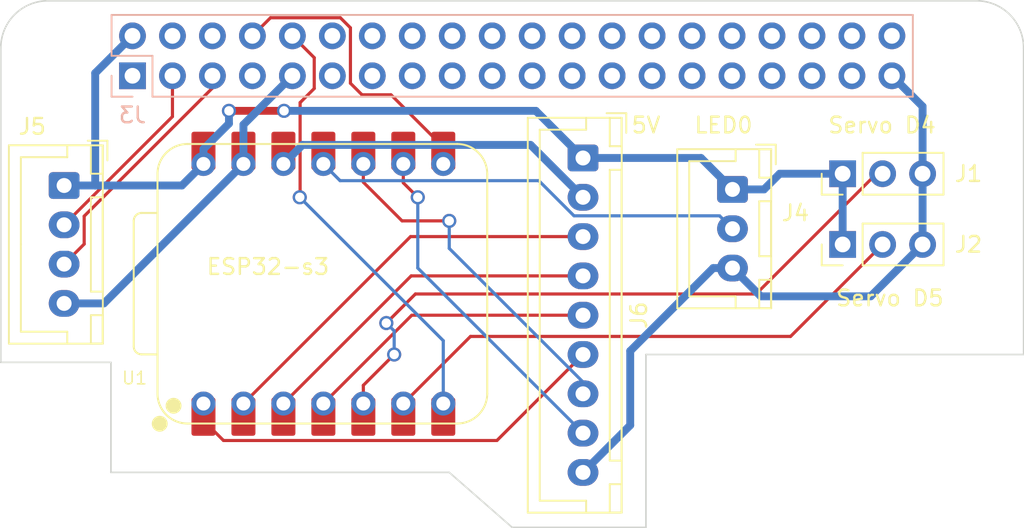
<source format=kicad_pcb>
(kicad_pcb (version 20240108) (generator "pcbnew") (generator_version "8.0")
  (title_block (date "15 nov 2012"))
  (layers (0 "F.Cu" signal) (31 "B.Cu" signal) (36 "B.SilkS" user "B.Silkscreen") (37 "F.SilkS" user "F.Silkscreen") (38 "B.Mask" user) (39 "F.Mask" user) (44 "Edge.Cuts" user))
  (net 0 "")
  (net 1 "GND")
  (net 2 "/GPIO2{slash}SDA1")
  (net 3 "/GPIO3{slash}SCL1")
  (net 4 "/GPIO4{slash}GPCLK0")
  (net 5 "/GPIO14{slash}TXD0")
  (net 6 "/GPIO15{slash}RXD0")
  (net 7 "/GPIO17")
  (net 8 "/GPIO18{slash}PCM.CLK")
  (net 9 "/GPIO27")
  (net 10 "/GPIO22")
  (net 11 "/GPIO23")
  (net 12 "/GPIO24")
  (net 13 "/GPIO10{slash}SPI0.MOSI")
  (net 14 "/GPIO9{slash}SPI0.MISO")
  (net 15 "/GPIO25")
  (net 16 "/GPIO11{slash}SPI0.SCLK")
  (net 17 "/GPIO8{slash}SPI0.CE0")
  (net 18 "/GPIO7{slash}SPI0.CE1")
  (net 19 "/ID_SDA")
  (net 20 "/ID_SCL")
  (net 21 "/GPIO5")
  (net 22 "/GPIO6")
  (net 23 "/GPIO12{slash}PWM0")
  (net 24 "/GPIO13{slash}PWM1")
  (net 25 "/GPIO19{slash}PCM.FS")
  (net 26 "/GPIO16")
  (net 27 "/GPIO26")
  (net 28 "/GPIO20{slash}PCM.DIN")
  (net 29 "/GPIO21{slash}PCM.DOUT")
  (net 30 "+5V")
  (net 31 "+3V3")
  (net 32 "D4")
  (net 33 "D5")
  (net 34 "D10{slash}A10")
  (net 35 "D3{slash}T4")
  (net 36 "D0{slash}A0")
  (net 37 "D2{slash}T3")
  (net 38 "D9")
  (net 39 "D1{slash}T2")
  (net 40 "D8")
  (net 41 "+3.3V")
  (footprint "MountingHole:MountingHole_2.7mm_M2.5" (layer "F.Cu") (at 161.5 47.5)
    (property "Reference" "MH2" (hide yes))
    (property "Value" "MountingHole_2.7mm_M2.5" (hide yes))
    (pad "" np_thru_hole circle (at 0 0) (size 2.7 2.7) (drill 2.7) (layers "*.Cu" "*.Mask"))
  )
  (footprint "Seeed Studio XIAO Series Library:XIAO-ESP32S3-DIP" (layer "F.Cu") (at 120.5 62 90)
    (property "Reference" "U1" (at -6 -12 0) (layer "F.SilkS") (effects (font (size 0.8 0.8) (thickness 0.1016))))
    (property "Value" "XIAO-ESP32-S3-DIP")
    (fp_line (start -3.991272 -12.051) (end 4.004 -12.051) (stroke (width 0.127)) (layer "F.SilkS"))
    (fp_line (start 4.504 -11.551) (end 4.504 -10.541) (stroke (width 0.127)) (layer "F.SilkS"))
    (fp_line (start 6.985 -10.541) (end -6.985 -10.541) (stroke (width 0.1)) (layer "F.SilkS"))
    (fp_line (start 6.985 -10.541) (end -6.985 -10.541) (stroke (width 0.127)) (layer "F.SilkS"))
    (fp_line (start -4.495 -10.541) (end -4.491272 -11.551272) (stroke (width 0.127)) (layer "F.SilkS"))
    (fp_line (start 8.89 8.509) (end 8.89 -8.636) (stroke (width 0.127)) (layer "F.SilkS"))
    (fp_line (start -8.89 8.509) (end -8.89 -8.636) (stroke (width 0.127)) (layer "F.SilkS"))
    (fp_line (start -6.985 10.414) (end 6.985 10.414) (stroke (width 0.127)) (layer "F.SilkS"))
    (fp_arc (start 4.004 -12.051) (mid 4.357553 -11.904553) (end 4.504 -11.551) (stroke (width 0.127)) (layer "F.SilkS"))
    (fp_arc (start -4.491272 -11.551272) (mid -4.344724 -11.904644) (end -3.991272 -12.051) (stroke (width 0.127)) (layer "F.SilkS"))
    (fp_arc (start 6.985 -10.541) (mid 8.332038 -9.983038) (end 8.89 -8.636) (stroke (width 0.127)) (layer "F.SilkS"))
    (fp_arc (start -8.89 -8.636) (mid -8.332038 -9.983038) (end -6.985 -10.541) (stroke (width 0.127)) (layer "F.SilkS"))
    (fp_arc (start 8.89 8.509) (mid 8.332038 9.856038) (end 6.985 10.414) (stroke (width 0.127)) (layer "F.SilkS"))
    (fp_arc (start -6.985 10.414) (mid -8.332038 9.856038) (end -8.89 8.509) (stroke (width 0.127)) (layer "F.SilkS"))
    (fp_circle (center -8.904 -10.4) (end -8.904 -10.654) (stroke (width 0.5)) (fill solid) (layer "F.SilkS"))
    (fp_circle (center -7.761 -9.52) (end -7.761 -9.774) (stroke (width 0.5)) (fill solid) (layer "F.SilkS"))
    (pad "1" smd roundrect (at -8.455 -7.62 270) (size 2.432 1.524) (layers "F.Cu" "F.Mask") (roundrect_rratio 0.1) (net 36 "D0{slash}A0"))
    (pad "1" thru_hole circle (at -7.62 -7.62 270) (size 1.524 1.524) (drill 0.889) (layers "*.Cu" "*.Mask") (net 36 "D0{slash}A0"))
    (pad "2" smd roundrect (at -8.455 -5.08 270) (size 2.432 1.524) (layers "F.Cu" "F.Mask") (roundrect_rratio 0.1) (net 39 "D1{slash}T2"))
    (pad "2" thru_hole circle (at -7.62 -5.08 270) (size 1.524 1.524) (drill 0.889) (layers "*.Cu" "*.Mask") (net 39 "D1{slash}T2"))
    (pad "3" smd roundrect (at -8.455 -2.54 270) (size 2.432 1.524) (layers "F.Cu" "F.Mask") (roundrect_rratio 0.1) (net 37 "D2{slash}T3"))
    (pad "3" thru_hole circle (at -7.62 -2.54 270) (size 1.524 1.524) (drill 0.889) (layers "*.Cu" "*.Mask") (net 37 "D2{slash}T3"))
    (pad "4" smd roundrect (at -8.455 0 270) (size 2.432 1.524) (layers "F.Cu" "F.Mask") (roundrect_rratio 0.1) (net 35 "D3{slash}T4"))
    (pad "4" thru_hole circle (at -7.62 0 270) (size 1.524 1.524) (drill 0.889) (layers "*.Cu" "*.Mask") (net 35 "D3{slash}T4"))
    (pad "5" smd roundrect (at -8.455 2.54 270) (size 2.432 1.524) (layers "F.Cu" "F.Mask") (roundrect_rratio 0.1) (net 32 "D4"))
    (pad "5" thru_hole circle (at -7.62 2.54 270) (size 1.524 1.524) (drill 0.889) (layers "*.Cu" "*.Mask") (net 32 "D4"))
    (pad "6" smd roundrect (at -8.455 5.08 270) (size 2.432 1.524) (layers "F.Cu" "F.Mask") (roundrect_rratio 0.1) (net 33 "D5"))
    (pad "6" thru_hole circle (at -7.62 5.08 270) (size 1.524 1.524) (drill 0.889) (layers "*.Cu" "*.Mask") (net 33 "D5"))
    (pad "7" smd roundrect (at -8.455 7.62 270) (size 2.432 1.524) (layers "F.Cu" "F.Mask") (roundrect_rratio 0.1) (net 6 "/GPIO15{slash}RXD0"))
    (pad "7" thru_hole circle (at -7.62 7.62 270) (size 1.524 1.524) (drill 0.889) (layers "*.Cu" "*.Mask") (net 6 "/GPIO15{slash}RXD0"))
    (pad "8" thru_hole circle (at 7.62 7.62 90) (size 1.524 1.524) (drill 0.889) (layers "*.Cu" "*.Mask") (net 5 "/GPIO14{slash}TXD0"))
    (pad "8" smd roundrect (at 8.455 7.62 90) (size 2.432 1.524) (layers "F.Cu" "F.Mask") (roundrect_rratio 0.1) (net 5 "/GPIO14{slash}TXD0"))
    (pad "9" thru_hole circle (at 7.62 5.08 90) (size 1.524 1.524) (drill 0.889) (layers "*.Cu" "*.Mask") (net 40 "D8"))
    (pad "9" smd roundrect (at 8.455 5.08 90) (size 2.432 1.524) (layers "F.Cu" "F.Mask") (roundrect_rratio 0.1) (net 40 "D8"))
    (pad "10" thru_hole circle (at 7.62 2.54 90) (size 1.524 1.524) (drill 0.889) (layers "*.Cu" "*.Mask") (net 38 "D9"))
    (pad "10" smd roundrect (at 8.455 2.54 90) (size 2.432 1.524) (layers "F.Cu" "F.Mask") (roundrect_rratio 0.1) (net 38 "D9"))
    (pad "11" thru_hole circle (at 7.62 0 90) (size 1.524 1.524) (drill 0.889) (layers "*.Cu" "*.Mask") (net 34 "D10{slash}A10"))
    (pad "11" smd roundrect (at 8.455 0 90) (size 2.432 1.524) (layers "F.Cu" "F.Mask") (roundrect_rratio 0.1) (net 34 "D10{slash}A10"))
    (pad "12" thru_hole circle (at 7.62 -2.54 90) (size 1.524 1.524) (drill 0.889) (layers "*.Cu" "*.Mask") (net 41 "+3.3V"))
    (pad "12" smd roundrect (at 8.455 -2.54 90) (size 2.432 1.524) (layers "F.Cu" "F.Mask") (roundrect_rratio 0.1) (net 41 "+3.3V"))
    (pad "13" thru_hole circle (at 7.62 -5.08 90) (size 1.524 1.524) (drill 0.889) (layers "*.Cu" "*.Mask") (net 1 "GND"))
    (pad "13" smd roundrect (at 8.455 -5.08 90) (size 2.432 1.524) (layers "F.Cu" "F.Mask") (roundrect_rratio 0.1) (net 1 "GND"))
    (pad "14" thru_hole circle (at 7.62 -7.62 90) (size 1.524 1.524) (drill 0.889) (layers "*.Cu" "*.Mask") (net 30 "+5V"))
    (pad "14" smd roundrect (at 8.455 -7.62 90) (size 2.432 1.524) (layers "F.Cu" "F.Mask") (roundrect_rratio 0.1) (net 30 "+5V"))
  )
  (footprint "Connector_JST:JST_XH_B4B-XH-A_1x04_P2.50mm_Vertical" (layer "F.Cu") (at 104.025 55.75 -90)
    (property "Reference" "J5" (at -3.75 2.025 180) (layer "F.SilkS"))
    (property "Value" "B4B-XH-A")
    (fp_line (start -2.56 3.51) (end 10.06 3.51) (stroke (width 0.12)) (layer "F.SilkS"))
    (fp_line (start 10.06 3.51) (end 10.06 -2.46) (stroke (width 0.12)) (layer "F.SilkS"))
    (fp_line (start -1.8 2.75) (end 3.75 2.75) (stroke (width 0.12)) (layer "F.SilkS"))
    (fp_line (start 9.3 2.75) (end 3.75 2.75) (stroke (width 0.12)) (layer "F.SilkS"))
    (fp_line (start -2.55 -0.2) (end -1.8 -0.2) (stroke (width 0.12)) (layer "F.SilkS"))
    (fp_line (start -1.8 -0.2) (end -1.8 2.75) (stroke (width 0.12)) (layer "F.SilkS"))
    (fp_line (start 9.3 -0.2) (end 9.3 2.75) (stroke (width 0.12)) (layer "F.SilkS"))
    (fp_line (start 10.05 -0.2) (end 9.3 -0.2) (stroke (width 0.12)) (layer "F.SilkS"))
    (fp_line (start -2.55 -1.7) (end -0.75 -1.7) (stroke (width 0.12)) (layer "F.SilkS"))
    (fp_line (start -0.75 -1.7) (end -0.75 -2.45) (stroke (width 0.12)) (layer "F.SilkS"))
    (fp_line (start 0.75 -1.7) (end 6.75 -1.7) (stroke (width 0.12)) (layer "F.SilkS"))
    (fp_line (start 6.75 -1.7) (end 6.75 -2.45) (stroke (width 0.12)) (layer "F.SilkS"))
    (fp_line (start 8.25 -1.7) (end 10.05 -1.7) (stroke (width 0.12)) (layer "F.SilkS"))
    (fp_line (start 10.05 -1.7) (end 10.05 -2.45) (stroke (width 0.12)) (layer "F.SilkS"))
    (fp_line (start -2.55 -2.45) (end -2.55 -1.7) (stroke (width 0.12)) (layer "F.SilkS"))
    (fp_line (start -0.75 -2.45) (end -2.55 -2.45) (stroke (width 0.12)) (layer "F.SilkS"))
    (fp_line (start 0.75 -2.45) (end 0.75 -1.7) (stroke (width 0.12)) (layer "F.SilkS"))
    (fp_line (start 6.75 -2.45) (end 0.75 -2.45) (stroke (width 0.12)) (layer "F.SilkS"))
    (fp_line (start 8.25 -2.45) (end 8.25 -1.7) (stroke (width 0.12)) (layer "F.SilkS"))
    (fp_line (start 10.05 -2.45) (end 8.25 -2.45) (stroke (width 0.12)) (layer "F.SilkS"))
    (fp_line (start -2.56 -2.46) (end -2.56 3.51) (stroke (width 0.12)) (layer "F.SilkS"))
    (fp_line (start 10.06 -2.46) (end -2.56 -2.46) (stroke (width 0.12)) (layer "F.SilkS"))
    (fp_line (start -2.85 -2.75) (end -2.85 -1.5) (stroke (width 0.12)) (layer "F.SilkS"))
    (fp_line (start -1.6 -2.75) (end -2.85 -2.75) (stroke (width 0.12)) (layer "F.SilkS"))
    (pad "1" thru_hole roundrect (at 0 0 270) (size 1.7 1.95) (drill 0.95) (layers "*.Cu" "*.Mask") (roundrect_rratio 0.147059) (net 30 "+5V"))
    (pad "2" thru_hole oval (at 2.5 0 270) (size 1.7 1.95) (drill 0.95) (layers "*.Cu" "*.Mask") (net 2 "/GPIO2{slash}SDA1"))
    (pad "3" thru_hole oval (at 5 0 270) (size 1.7 1.95) (drill 0.95) (layers "*.Cu" "*.Mask") (net 3 "/GPIO3{slash}SCL1"))
    (pad "4" thru_hole oval (at 7.5 0 270) (size 1.7 1.95) (drill 0.95) (layers "*.Cu" "*.Mask") (net 1 "GND"))
  )
  (footprint "Connector_JST:JST_XH_B9B-XH-A_1x09_P2.50mm_Vertical" (layer "F.Cu") (at 137 54 -90)
    (property "Reference" "J6" (at 10 -3.55 90) (layer "F.SilkS"))
    (property "Value" "B9B-XH-A")
    (fp_line (start -2.56 3.51) (end 22.56 3.51) (stroke (width 0.12)) (layer "F.SilkS"))
    (fp_line (start 22.56 3.51) (end 22.56 -2.46) (stroke (width 0.12)) (layer "F.SilkS"))
    (fp_line (start -1.8 2.75) (end 10 2.75) (stroke (width 0.12)) (layer "F.SilkS"))
    (fp_line (start 21.8 2.75) (end 10 2.75) (stroke (width 0.12)) (layer "F.SilkS"))
    (fp_line (start -2.55 -0.2) (end -1.8 -0.2) (stroke (width 0.12)) (layer "F.SilkS"))
    (fp_line (start -1.8 -0.2) (end -1.8 2.75) (stroke (width 0.12)) (layer "F.SilkS"))
    (fp_line (start 21.8 -0.2) (end 21.8 2.75) (stroke (width 0.12)) (layer "F.SilkS"))
    (fp_line (start 22.55 -0.2) (end 21.8 -0.2) (stroke (width 0.12)) (layer "F.SilkS"))
    (fp_line (start -2.55 -1.7) (end -0.75 -1.7) (stroke (width 0.12)) (layer "F.SilkS"))
    (fp_line (start -0.75 -1.7) (end -0.75 -2.45) (stroke (width 0.12)) (layer "F.SilkS"))
    (fp_line (start 0.75 -1.7) (end 19.25 -1.7) (stroke (width 0.12)) (layer "F.SilkS"))
    (fp_line (start 19.25 -1.7) (end 19.25 -2.45) (stroke (width 0.12)) (layer "F.SilkS"))
    (fp_line (start 20.75 -1.7) (end 22.55 -1.7) (stroke (width 0.12)) (layer "F.SilkS"))
    (fp_line (start 22.55 -1.7) (end 22.55 -2.45) (stroke (width 0.12)) (layer "F.SilkS"))
    (fp_line (start -2.55 -2.45) (end -2.55 -1.7) (stroke (width 0.12)) (layer "F.SilkS"))
    (fp_line (start -0.75 -2.45) (end -2.55 -2.45) (stroke (width 0.12)) (layer "F.SilkS"))
    (fp_line (start 0.75 -2.45) (end 0.75 -1.7) (stroke (width 0.12)) (layer "F.SilkS"))
    (fp_line (start 19.25 -2.45) (end 0.75 -2.45) (stroke (width 0.12)) (layer "F.SilkS"))
    (fp_line (start 20.75 -2.45) (end 20.75 -1.7) (stroke (width 0.12)) (layer "F.SilkS"))
    (fp_line (start 22.55 -2.45) (end 20.75 -2.45) (stroke (width 0.12)) (layer "F.SilkS"))
    (fp_line (start -2.56 -2.46) (end -2.56 3.51) (stroke (width 0.12)) (layer "F.SilkS"))
    (fp_line (start 22.56 -2.46) (end -2.56 -2.46) (stroke (width 0.12)) (layer "F.SilkS"))
    (fp_line (start -2.85 -2.75) (end -2.85 -1.5) (stroke (width 0.12)) (layer "F.SilkS"))
    (fp_line (start -1.6 -2.75) (end -2.85 -2.75) (stroke (width 0.12)) (layer "F.SilkS"))
    (pad "1" thru_hole roundrect (at 0 0 270) (size 1.7 1.95) (drill 0.95) (layers "*.Cu" "*.Mask") (roundrect_rratio 0.147059) (net 30 "+5V"))
    (pad "2" thru_hole oval (at 2.5 0 270) (size 1.7 1.95) (drill 0.95) (layers "*.Cu" "*.Mask") (net 41 "+3.3V"))
    (pad "3" thru_hole oval (at 5 0 270) (size 1.7 1.95) (drill 0.95) (layers "*.Cu" "*.Mask") (net 39 "D1{slash}T2"))
    (pad "4" thru_hole oval (at 7.5 0 270) (size 1.7 1.95) (drill 0.95) (layers "*.Cu" "*.Mask") (net 37 "D2{slash}T3"))
    (pad "5" thru_hole oval (at 10 0 270) (size 1.7 1.95) (drill 0.95) (layers "*.Cu" "*.Mask") (net 35 "D3{slash}T4"))
    (pad "6" thru_hole oval (at 12.5 0 270) (size 1.7 1.95) (drill 0.95) (layers "*.Cu" "*.Mask") (net 36 "D0{slash}A0"))
    (pad "7" thru_hole oval (at 15 0 270) (size 1.7 1.95) (drill 0.95) (layers "*.Cu" "*.Mask") (net 38 "D9"))
    (pad "8" thru_hole oval (at 17.5 0 270) (size 1.7 1.95) (drill 0.95) (layers "*.Cu" "*.Mask") (net 40 "D8"))
    (pad "9" thru_hole oval (at 20 0 270) (size 1.7 1.95) (drill 0.95) (layers "*.Cu" "*.Mask") (net 1 "GND"))
  )
  (footprint "Connector_JST:JST_XH_B3B-XH-A_1x03_P2.50mm_Vertical" (layer "F.Cu") (at 146.5 56 -90)
    (property "Reference" "J4" (at 1.5 -4 180) (layer "F.SilkS"))
    (property "Value" "B3B-XH-A")
    (fp_line (start -2.56 3.51) (end 7.56 3.51) (stroke (width 0.12)) (layer "F.SilkS"))
    (fp_line (start 7.56 3.51) (end 7.56 -2.46) (stroke (width 0.12)) (layer "F.SilkS"))
    (fp_line (start -1.8 2.75) (end 2.5 2.75) (stroke (width 0.12)) (layer "F.SilkS"))
    (fp_line (start 6.8 2.75) (end 2.5 2.75) (stroke (width 0.12)) (layer "F.SilkS"))
    (fp_line (start -2.55 -0.2) (end -1.8 -0.2) (stroke (width 0.12)) (layer "F.SilkS"))
    (fp_line (start -1.8 -0.2) (end -1.8 2.75) (stroke (width 0.12)) (layer "F.SilkS"))
    (fp_line (start 6.8 -0.2) (end 6.8 2.75) (stroke (width 0.12)) (layer "F.SilkS"))
    (fp_line (start 7.55 -0.2) (end 6.8 -0.2) (stroke (width 0.12)) (layer "F.SilkS"))
    (fp_line (start -2.55 -1.7) (end -0.75 -1.7) (stroke (width 0.12)) (layer "F.SilkS"))
    (fp_line (start -0.75 -1.7) (end -0.75 -2.45) (stroke (width 0.12)) (layer "F.SilkS"))
    (fp_line (start 0.75 -1.7) (end 4.25 -1.7) (stroke (width 0.12)) (layer "F.SilkS"))
    (fp_line (start 4.25 -1.7) (end 4.25 -2.45) (stroke (width 0.12)) (layer "F.SilkS"))
    (fp_line (start 5.75 -1.7) (end 7.55 -1.7) (stroke (width 0.12)) (layer "F.SilkS"))
    (fp_line (start 7.55 -1.7) (end 7.55 -2.45) (stroke (width 0.12)) (layer "F.SilkS"))
    (fp_line (start -2.55 -2.45) (end -2.55 -1.7) (stroke (width 0.12)) (layer "F.SilkS"))
    (fp_line (start -0.75 -2.45) (end -2.55 -2.45) (stroke (width 0.12)) (layer "F.SilkS"))
    (fp_line (start 0.75 -2.45) (end 0.75 -1.7) (stroke (width 0.12)) (layer "F.SilkS"))
    (fp_line (start 4.25 -2.45) (end 0.75 -2.45) (stroke (width 0.12)) (layer "F.SilkS"))
    (fp_line (start 5.75 -2.45) (end 5.75 -1.7) (stroke (width 0.12)) (layer "F.SilkS"))
    (fp_line (start 7.55 -2.45) (end 5.75 -2.45) (stroke (width 0.12)) (layer "F.SilkS"))
    (fp_line (start -2.56 -2.46) (end -2.56 3.51) (stroke (width 0.12)) (layer "F.SilkS"))
    (fp_line (start 7.56 -2.46) (end -2.56 -2.46) (stroke (width 0.12)) (layer "F.SilkS"))
    (fp_line (start -2.85 -2.75) (end -2.85 -1.5) (stroke (width 0.12)) (layer "F.SilkS"))
    (fp_line (start -1.6 -2.75) (end -2.85 -2.75) (stroke (width 0.12)) (layer "F.SilkS"))
    (pad "1" thru_hole roundrect (at 0 0 270) (size 1.7 1.95) (drill 0.95) (layers "*.Cu" "*.Mask") (roundrect_rratio 0.147059) (net 30 "+5V"))
    (pad "2" thru_hole oval (at 2.5 0 270) (size 1.7 1.95) (drill 0.95) (layers "*.Cu" "*.Mask") (net 34 "D10{slash}A10"))
    (pad "3" thru_hole oval (at 5 0 270) (size 1.7 1.95) (drill 0.95) (layers "*.Cu" "*.Mask") (net 1 "GND"))
  )
  (footprint "MountingHole:MountingHole_2.7mm_M2.5" (layer "F.Cu") (at 103.5 47.5)
    (property "Reference" "MH1" (hide yes))
    (property "Value" "MountingHole_2.7mm_M2.5" (hide yes))
    (pad "" np_thru_hole circle (at 0 0) (size 2.7 2.7) (drill 2.7) (layers "*.Cu" "*.Mask"))
  )
  (footprint "Connector_PinHeader_2.54mm:PinHeader_1x03_P2.54mm_Vertical" (layer "F.Cu") (at 153.5 55 90)
    (property "Reference" "J1" (at 0 8 180) (layer "F.SilkS"))
    (property "Value" "Servo A")
    (fp_line (start -1.33 -1.33) (end 0 -1.33) (stroke (width 0.12)) (layer "F.SilkS"))
    (fp_line (start -1.33 0) (end -1.33 -1.33) (stroke (width 0.12)) (layer "F.SilkS"))
    (fp_line (start 1.33 1.27) (end 1.33 6.41) (stroke (width 0.12)) (layer "F.SilkS"))
    (fp_line (start -1.33 1.27) (end 1.33 1.27) (stroke (width 0.12)) (layer "F.SilkS"))
    (fp_line (start -1.33 1.27) (end -1.33 6.41) (stroke (width 0.12)) (layer "F.SilkS"))
    (fp_line (start -1.33 6.41) (end 1.33 6.41) (stroke (width 0.12)) (layer "F.SilkS"))
    (pad "1" thru_hole rect (at 0 0 90) (size 1.7 1.7) (drill 1) (layers "*.Cu" "*.Mask") (net 30 "+5V"))
    (pad "2" thru_hole oval (at 0 2.54 90) (size 1.7 1.7) (drill 1) (layers "*.Cu" "*.Mask") (net 32 "D4"))
    (pad "3" thru_hole oval (at 0 5.08 90) (size 1.7 1.7) (drill 1) (layers "*.Cu" "*.Mask") (net 1 "GND"))
  )
  (footprint "Connector_PinHeader_2.54mm:PinHeader_1x03_P2.54mm_Vertical" (layer "F.Cu") (at 153.5 59.5 90)
    (property "Reference" "J2" (at 0 8 180) (layer "F.SilkS"))
    (property "Value" "Servo B")
    (fp_line (start -1.33 -1.33) (end 0 -1.33) (stroke (width 0.12)) (layer "F.SilkS"))
    (fp_line (start -1.33 0) (end -1.33 -1.33) (stroke (width 0.12)) (layer "F.SilkS"))
    (fp_line (start 1.33 1.27) (end 1.33 6.41) (stroke (width 0.12)) (layer "F.SilkS"))
    (fp_line (start -1.33 1.27) (end 1.33 1.27) (stroke (width 0.12)) (layer "F.SilkS"))
    (fp_line (start -1.33 1.27) (end -1.33 6.41) (stroke (width 0.12)) (layer "F.SilkS"))
    (fp_line (start -1.33 6.41) (end 1.33 6.41) (stroke (width 0.12)) (layer "F.SilkS"))
    (pad "1" thru_hole rect (at 0 0 90) (size 1.7 1.7) (drill 1) (layers "*.Cu" "*.Mask") (net 30 "+5V"))
    (pad "2" thru_hole oval (at 0 2.54 90) (size 1.7 1.7) (drill 1) (layers "*.Cu" "*.Mask") (net 33 "D5"))
    (pad "3" thru_hole oval (at 0 5.08 90) (size 1.7 1.7) (drill 1) (layers "*.Cu" "*.Mask") (net 1 "GND"))
  )
  (footprint "Connector_PinSocket_2.54mm:PinSocket_2x20_P2.54mm_Vertical" (layer "B.Cu") (at 108.37 48.77 -90)
    (property "Reference" "J3" (at 2.5 0 0) (layer "B.SilkS") (effects (justify mirror)))
    (property "Value" "GPIO")
    (fp_line (start -3.87 1.33) (end -1.27 1.33) (stroke (width 0.12)) (layer "B.SilkS"))
    (fp_line (start -3.87 1.33) (end -3.87 -49.59) (stroke (width 0.12)) (layer "B.SilkS"))
    (fp_line (start -1.27 1.33) (end -1.27 -1.27) (stroke (width 0.12)) (layer "B.SilkS"))
    (fp_line (start 0 1.33) (end 1.33 1.33) (stroke (width 0.12)) (layer "B.SilkS"))
    (fp_line (start 1.33 1.33) (end 1.33 0) (stroke (width 0.12)) (layer "B.SilkS"))
    (fp_line (start -1.27 -1.27) (end 1.33 -1.27) (stroke (width 0.12)) (layer "B.SilkS"))
    (fp_line (start 1.33 -1.27) (end 1.33 -49.59) (stroke (width 0.12)) (layer "B.SilkS"))
    (fp_line (start -3.87 -49.59) (end 1.33 -49.59) (stroke (width 0.12)) (layer "B.SilkS"))
    (pad "1" thru_hole rect (at 0 0 270) (size 1.7 1.7) (drill 1) (layers "*.Cu" "*.Mask") (net 31 "+3V3"))
    (pad "2" thru_hole oval (at -2.54 0 270) (size 1.7 1.7) (drill 1) (layers "*.Cu" "*.Mask") (net 30 "+5V"))
    (pad "3" thru_hole oval (at 0 -2.54 270) (size 1.7 1.7) (drill 1) (layers "*.Cu" "*.Mask") (net 2 "/GPIO2{slash}SDA1"))
    (pad "4" thru_hole oval (at -2.54 -2.54 270) (size 1.7 1.7) (drill 1) (layers "*.Cu" "*.Mask") (net 30 "+5V"))
    (pad "5" thru_hole oval (at 0 -5.08 270) (size 1.7 1.7) (drill 1) (layers "*.Cu" "*.Mask") (net 3 "/GPIO3{slash}SCL1"))
    (pad "6" thru_hole oval (at -2.54 -5.08 270) (size 1.7 1.7) (drill 1) (layers "*.Cu" "*.Mask") (net 1 "GND"))
    (pad "7" thru_hole oval (at 0 -7.62 270) (size 1.7 1.7) (drill 1) (layers "*.Cu" "*.Mask") (net 4 "/GPIO4{slash}GPCLK0"))
    (pad "8" thru_hole oval (at -2.54 -7.62 270) (size 1.7 1.7) (drill 1) (layers "*.Cu" "*.Mask") (net 5 "/GPIO14{slash}TXD0"))
    (pad "9" thru_hole oval (at 0 -10.16 270) (size 1.7 1.7) (drill 1) (layers "*.Cu" "*.Mask") (net 1 "GND"))
    (pad "10" thru_hole oval (at -2.54 -10.16 270) (size 1.7 1.7) (drill 1) (layers "*.Cu" "*.Mask") (net 6 "/GPIO15{slash}RXD0"))
    (pad "11" thru_hole oval (at 0 -12.7 270) (size 1.7 1.7) (drill 1) (layers "*.Cu" "*.Mask") (net 7 "/GPIO17"))
    (pad "12" thru_hole oval (at -2.54 -12.7 270) (size 1.7 1.7) (drill 1) (layers "*.Cu" "*.Mask") (net 8 "/GPIO18{slash}PCM.CLK"))
    (pad "13" thru_hole oval (at 0 -15.24 270) (size 1.7 1.7) (drill 1) (layers "*.Cu" "*.Mask") (net 9 "/GPIO27"))
    (pad "14" thru_hole oval (at -2.54 -15.24 270) (size 1.7 1.7) (drill 1) (layers "*.Cu" "*.Mask") (net 1 "GND"))
    (pad "15" thru_hole oval (at 0 -17.78 270) (size 1.7 1.7) (drill 1) (layers "*.Cu" "*.Mask") (net 10 "/GPIO22"))
    (pad "16" thru_hole oval (at -2.54 -17.78 270) (size 1.7 1.7) (drill 1) (layers "*.Cu" "*.Mask") (net 11 "/GPIO23"))
    (pad "17" thru_hole oval (at 0 -20.32 270) (size 1.7 1.7) (drill 1) (layers "*.Cu" "*.Mask") (net 31 "+3V3"))
    (pad "18" thru_hole oval (at -2.54 -20.32 270) (size 1.7 1.7) (drill 1) (layers "*.Cu" "*.Mask") (net 12 "/GPIO24"))
    (pad "19" thru_hole oval (at 0 -22.86 270) (size 1.7 1.7) (drill 1) (layers "*.Cu" "*.Mask") (net 13 "/GPIO10{slash}SPI0.MOSI"))
    (pad "20" thru_hole oval (at -2.54 -22.86 270) (size 1.7 1.7) (drill 1) (layers "*.Cu" "*.Mask") (net 1 "GND"))
    (pad "21" thru_hole oval (at 0 -25.4 270) (size 1.7 1.7) (drill 1) (layers "*.Cu" "*.Mask") (net 14 "/GPIO9{slash}SPI0.MISO"))
    (pad "22" thru_hole oval (at -2.54 -25.4 270) (size 1.7 1.7) (drill 1) (layers "*.Cu" "*.Mask") (net 15 "/GPIO25"))
    (pad "23" thru_hole oval (at 0 -27.94 270) (size 1.7 1.7) (drill 1) (layers "*.Cu" "*.Mask") (net 16 "/GPIO11{slash}SPI0.SCLK"))
    (pad "24" thru_hole oval (at -2.54 -27.94 270) (size 1.7 1.7) (drill 1) (layers "*.Cu" "*.Mask") (net 17 "/GPIO8{slash}SPI0.CE0"))
    (pad "25" thru_hole oval (at 0 -30.48 270) (size 1.7 1.7) (drill 1) (layers "*.Cu" "*.Mask") (net 1 "GND"))
    (pad "26" thru_hole oval (at -2.54 -30.48 270) (size 1.7 1.7) (drill 1) (layers "*.Cu" "*.Mask") (net 18 "/GPIO7{slash}SPI0.CE1"))
    (pad "27" thru_hole oval (at 0 -33.02 270) (size 1.7 1.7) (drill 1) (layers "*.Cu" "*.Mask") (net 19 "/ID_SDA"))
    (pad "28" thru_hole oval (at -2.54 -33.02 270) (size 1.7 1.7) (drill 1) (layers "*.Cu" "*.Mask") (net 20 "/ID_SCL"))
    (pad "29" thru_hole oval (at 0 -35.56 270) (size 1.7 1.7) (drill 1) (layers "*.Cu" "*.Mask") (net 21 "/GPIO5"))
    (pad "30" thru_hole oval (at -2.54 -35.56 270) (size 1.7 1.7) (drill 1) (layers "*.Cu" "*.Mask") (net 1 "GND"))
    (pad "31" thru_hole oval (at 0 -38.1 270) (size 1.7 1.7) (drill 1) (layers "*.Cu" "*.Mask") (net 22 "/GPIO6"))
    (pad "32" thru_hole oval (at -2.54 -38.1 270) (size 1.7 1.7) (drill 1) (layers "*.Cu" "*.Mask") (net 23 "/GPIO12{slash}PWM0"))
    (pad "33" thru_hole oval (at 0 -40.64 270) (size 1.7 1.7) (drill 1) (layers "*.Cu" "*.Mask") (net 24 "/GPIO13{slash}PWM1"))
    (pad "34" thru_hole oval (at -2.54 -40.64 270) (size 1.7 1.7) (drill 1) (layers "*.Cu" "*.Mask") (net 1 "GND"))
    (pad "35" thru_hole oval (at 0 -43.18 270) (size 1.7 1.7) (drill 1) (layers "*.Cu" "*.Mask") (net 25 "/GPIO19{slash}PCM.FS"))
    (pad "36" thru_hole oval (at -2.54 -43.18 270) (size 1.7 1.7) (drill 1) (layers "*.Cu" "*.Mask") (net 26 "/GPIO16"))
    (pad "37" thru_hole oval (at 0 -45.72 270) (size 1.7 1.7) (drill 1) (layers "*.Cu" "*.Mask") (net 27 "/GPIO26"))
    (pad "38" thru_hole oval (at -2.54 -45.72 270) (size 1.7 1.7) (drill 1) (layers "*.Cu" "*.Mask") (net 28 "/GPIO20{slash}PCM.DIN"))
    (pad "39" thru_hole oval (at 0 -48.26 270) (size 1.7 1.7) (drill 1) (layers "*.Cu" "*.Mask") (net 1 "GND"))
    (pad "40" thru_hole oval (at -2.54 -48.26 270) (size 1.7 1.7) (drill 1) (layers "*.Cu" "*.Mask") (net 29 "/GPIO21{slash}PCM.DOUT"))
  )
  (gr_arc (start 162 44) (mid 164.12132 44.87868) (end 165 47) (stroke (width 0.1)) (layer "Edge.Cuts"))
  (gr_line (start 132.5 77.5) (end 141 77.5) (stroke (width 0.1)) (layer "Edge.Cuts"))
  (gr_line (start 100 47) (end 100 63) (stroke (width 0.1)) (layer "Edge.Cuts"))
  (gr_line (start 165 47) (end 165 66.5) (stroke (width 0.1)) (layer "Edge.Cuts"))
  (gr_line (start 141 66.5) (end 165 66.5) (stroke (width 0.1)) (layer "Edge.Cuts"))
  (gr_line (start 128.5 74) (end 132.5 77.5) (stroke (width 0.1)) (layer "Edge.Cuts"))
  (gr_line (start 107 74) (end 128.5 74) (stroke (width 0.1)) (layer "Edge.Cuts"))
  (gr_line (start 100 63) (end 100 67) (stroke (width 0.1)) (layer "Edge.Cuts"))
  (gr_line (start 141 77.5) (end 141 66.5) (stroke (width 0.1)) (layer "Edge.Cuts"))
  (gr_line (start 100 67) (end 107 67) (stroke (width 0.1)) (layer "Edge.Cuts"))
  (gr_arc (start 100 47) (mid 100.87868 44.87868) (end 103 44) (stroke (width 0.1)) (layer "Edge.Cuts"))
  (gr_line (start 107 67) (end 107 74) (stroke (width 0.1)) (layer "Edge.Cuts"))
  (gr_line (start 162 44) (end 103 44) (stroke (width 0.1)) (layer "Edge.Cuts"))
  (gr_text "ESP32-s3" (at 113 61.5 0) (layer "F.SilkS") (effects (font (size 1 1)) (justify left bottom)))
  (gr_text "5V" (at 140 52.5 0) (layer "F.SilkS") (effects (font (size 1 1)) (justify left bottom)))
  (gr_text "LED0" (at 144 52.5 0) (layer "F.SilkS") (effects (font (size 1 1)) (justify left bottom)))
  (gr_text "Servo D4\n" (at 152.5 52.5 0) (layer "F.SilkS") (effects (font (size 1 1)) (justify left bottom)))
  (gr_text "Servo D5\n" (at 153 63.5 0) (layer "F.SilkS") (effects (font (size 1 1)) (justify left bottom)))
  (segment (start 146.5 61) (end 145.275 61) (width 0.5) (layer "B.Cu") (net 1))
  (segment (start 104.025 63.25) (end 106.55 63.25) (width 0.5) (layer "B.Cu") (net 1))
  (segment (start 156.63 48.77) (end 158.58 50.72) (width 0.5) (layer "B.Cu") (net 1))
  (segment (start 155.28 62.8) (end 158.58 59.5) (width 0.5) (layer "B.Cu") (net 1))
  (segment (start 115.42 51.88) (end 118.53 48.77) (width 0.5) (layer "B.Cu") (net 1))
  (segment (start 140 71) (end 137 74) (width 0.5) (layer "B.Cu") (net 1))
  (segment (start 115.42 54.38) (end 115.42 51.88) (width 0.5) (layer "B.Cu") (net 1))
  (segment (start 158.58 50.72) (end 158.58 55) (width 0.5) (layer "B.Cu") (net 1))
  (segment (start 140 66.275) (end 140 71) (width 0.5) (layer "B.Cu") (net 1))
  (segment (start 145.275 61) (end 140 66.275) (width 0.5) (layer "B.Cu") (net 1))
  (segment (start 148.3 62.8) (end 146.5 61) (width 0.5) (layer "B.Cu") (net 1))
  (segment (start 158.58 55) (end 158.58 59.5) (width 0.5) (layer "B.Cu") (net 1))
  (segment (start 106.55 63.25) (end 115.42 54.38) (width 0.5) (layer "B.Cu") (net 1))
  (segment (start 148.3 62.8) (end 155.28 62.8) (width 0.5) (layer "B.Cu") (net 1))
  (segment (start 104.025 58.25) (end 110.91 51.365) (width 0.2) (layer "F.Cu") (net 2))
  (segment (start 110.91 51.365) (end 110.91 48.77) (width 0.2) (layer "F.Cu") (net 2))
  (segment (start 104.025 60.75) (end 105.3 59.475) (width 0.2) (layer "F.Cu") (net 3))
  (segment (start 105.3 57.7) (end 113.45 49.55) (width 0.2) (layer "F.Cu") (net 3))
  (segment (start 113.45 49.55) (end 113.45 48.77) (width 0.2) (layer "F.Cu") (net 3))
  (segment (start 105.3 59.475) (end 105.3 57.7) (width 0.2) (layer "F.Cu") (net 3))
  (segment (start 122.953654 49.98) (end 122.22 49.246346) (width 0.2) (layer "F.Cu") (net 5))
  (segment (start 128.12 54.38) (end 128.12 53.30237) (width 0.2) (layer "F.Cu") (net 5))
  (segment (start 122.22 49.246346) (end 122.22 45.72) (width 0.2) (layer "F.Cu") (net 5))
  (segment (start 122.22 45.72) (end 121.58 45.08) (width 0.2) (layer "F.Cu") (net 5))
  (segment (start 121.58 45.08) (end 117.14 45.08) (width 0.2) (layer "F.Cu") (net 5))
  (segment (start 124.79763 49.98) (end 122.953654 49.98) (width 0.2) (layer "F.Cu") (net 5))
  (segment (start 128.12 53.30237) (end 124.79763 49.98) (width 0.2) (layer "F.Cu") (net 5))
  (segment (start 117.14 45.08) (end 115.99 46.23) (width 0.2) (layer "F.Cu") (net 5))
  (segment (start 119.92 47.62) (end 118.53 46.23) (width 0.2) (layer "F.Cu") (net 6))
  (segment (start 119.022 56.478) (end 119.022 50.478) (width 0.2) (layer "F.Cu") (net 6))
  (segment (start 119.92 49.58) (end 119.92 47.62) (width 0.2) (layer "F.Cu") (net 6))
  (segment (start 119.022 50.478) (end 119.92 49.58) (width 0.2) (layer "F.Cu") (net 6))
  (segment (start 119 56.5) (end 119.022 56.478) (width 0.2) (layer "F.Cu") (net 6))
  (via (at 119 56.5) (size 0.9) (drill 0.6) (layers "F.Cu" "B.Cu") (net 6))
  (segment (start 128.12 69.62) (end 128.12 65.62) (width 0.2) (layer "B.Cu") (net 6))
  (segment (start 128.12 65.62) (end 119 56.5) (width 0.2) (layer "B.Cu") (net 6))
  (segment (start 114.5 51) (end 118 51) (width 0.5) (layer "F.Cu") (net 30))
  (via (at 118 51) (size 0.9) (drill 0.6) (layers "F.Cu" "B.Cu") (net 30))
  (via (at 114.5 51) (size 0.9) (drill 0.6) (layers "F.Cu" "B.Cu") (net 30))
  (segment (start 112.88 53.430051) (end 114.5 51.810051) (width 0.5) (layer "B.Cu") (net 30))
  (segment (start 114.5 51.810051) (end 114.5 51) (width 0.5) (layer "B.Cu") (net 30))
  (segment (start 118 51) (end 134 51) (width 0.5) (layer "B.Cu") (net 30))
  (segment (start 149.5 55) (end 153.5 55) (width 0.5) (layer "B.Cu") (net 30))
  (segment (start 104.025 55.75) (end 106 55.75) (width 0.5) (layer "B.Cu") (net 30))
  (segment (start 137 54) (end 144.5 54) (width 0.5) (layer "B.Cu") (net 30))
  (segment (start 153.5 55) (end 153.5 59.5) (width 0.5) (layer "B.Cu") (net 30))
  (segment (start 106 48.6) (end 108.37 46.23) (width 0.5) (layer "B.Cu") (net 30))
  (segment (start 144.5 54) (end 146.5 56) (width 0.5) (layer "B.Cu") (net 30))
  (segment (start 146.5 56) (end 148.5 56) (width 0.5) (layer "B.Cu") (net 30))
  (segment (start 148.5 56) (end 149.5 55) (width 0.5) (layer "B.Cu") (net 30))
  (segment (start 106 55.75) (end 106 48.6) (width 0.5) (layer "B.Cu") (net 30))
  (segment (start 134 51) (end 137 54) (width 0.5) (layer "B.Cu") (net 30))
  (segment (start 112.88 54.38) (end 112.88 53.430051) (width 0.5) (layer "B.Cu") (net 30))
  (segment (start 106 55.75) (end 111.51 55.75) (width 0.5) (layer "B.Cu") (net 30))
  (segment (start 111.51 55.75) (end 112.88 54.38) (width 0.5) (layer "B.Cu") (net 30))
  (segment (start 155.65 55) (end 156.04 55) (width 0.2) (layer "F.Cu") (net 32))
  (segment (start 126.35 62.65) (end 148 62.65) (width 0.2) (layer "F.Cu") (net 32))
  (segment (start 123.04 69.62) (end 123.04 68.46) (width 0.2) (layer "F.Cu") (net 32))
  (segment (start 124.5 64.5) (end 126.35 62.65) (width 0.2) (layer "F.Cu") (net 32))
  (segment (start 148 62.65) (end 155.65 55) (width 0.2) (layer "F.Cu") (net 32))
  (segment (start 123.04 68.46) (end 125 66.5) (width 0.2) (layer "F.Cu") (net 32))
  (via (at 124.5 64.5) (size 0.9) (drill 0.6) (layers "F.Cu" "B.Cu") (net 32))
  (via (at 125 66.5) (size 0.9) (drill 0.6) (layers "F.Cu" "B.Cu") (net 32))
  (segment (start 125 65) (end 124.5 64.5) (width 0.2) (layer "B.Cu") (net 32))
  (segment (start 125 66.5) (end 125 65) (width 0.2) (layer "B.Cu") (net 32))
  (segment (start 129.85 65.35) (end 150.19 65.35) (width 0.2) (layer "F.Cu") (net 33))
  (segment (start 150.19 65.35) (end 156.04 59.5) (width 0.2) (layer "F.Cu") (net 33))
  (segment (start 125.58 69.62) (end 129.85 65.35) (width 0.2) (layer "F.Cu") (net 33))
  (segment (start 120.5 54.38) (end 120.5 53.30237) (width 0.2) (layer "F.Cu") (net 34))
  (segment (start 134.190654 55.442) (end 136.427563 57.678909) (width 0.2) (layer "B.Cu") (net 34))
  (segment (start 121.562 55.442) (end 134.190654 55.442) (width 0.2) (layer "B.Cu") (net 34))
  (segment (start 136.427563 57.678909) (end 145.678909 57.678909) (width 0.2) (layer "B.Cu") (net 34))
  (segment (start 145.678909 57.678909) (end 146.5 58.5) (width 0.2) (layer "B.Cu") (net 34))
  (segment (start 120.5 54.38) (end 121.562 55.442) (width 0.2) (layer "B.Cu") (net 34))
  (segment (start 137 64) (end 126.12 64) (width 0.2) (layer "F.Cu") (net 35))
  (segment (start 126.12 64) (end 120.5 69.62) (width 0.2) (layer "F.Cu") (net 35))
  (segment (start 112.88 70.69763) (end 112.88 69.62) (width 0.2) (layer "F.Cu") (net 36))
  (segment (start 114.15337 71.971) (end 131.529 71.971) (width 0.2) (layer "F.Cu") (net 36))
  (segment (start 131.529 71.971) (end 137 66.5) (width 0.2) (layer "F.Cu") (net 36))
  (segment (start 114.15337 71.971) (end 112.88 70.69763) (width 0.2) (layer "F.Cu") (net 36))
  (segment (start 117.96 69.62) (end 126.08 61.5) (width 0.2) (layer "F.Cu") (net 37))
  (segment (start 126.08 61.5) (end 137 61.5) (width 0.2) (layer "F.Cu") (net 37))
  (segment (start 123.04 55.54) (end 124 56.5) (width 0.2) (layer "F.Cu") (net 38))
  (segment (start 124 56.5) (end 125.5 58) (width 0.2) (layer "F.Cu") (net 38))
  (segment (start 123.04 54.38) (end 123.04 55.54) (width 0.2) (layer "F.Cu") (net 38))
  (segment (start 137 68.34) (end 137 69) (width 0.2) (layer "F.Cu") (net 38))
  (segment (start 125.5 58) (end 128.5 58) (width 0.2) (layer "F.Cu") (net 38))
  (via (at 128.5 58) (size 0.9) (drill 0.6) (layers "F.Cu" "B.Cu") (net 38))
  (segment (start 128.5 58) (end 128.5 59.751346) (width 0.2) (layer "B.Cu") (net 38))
  (segment (start 128.5 59.751346) (end 137 68.251346) (width 0.2) (layer "B.Cu") (net 38))
  (segment (start 137 68.251346) (end 137 69) (width 0.2) (layer "B.Cu") (net 38))
  (segment (start 126.04 59) (end 137 59) (width 0.2) (layer "F.Cu") (net 39))
  (segment (start 115.42 69.62) (end 126.04 59) (width 0.2) (layer "F.Cu") (net 39))
  (segment (start 125.58 55.58) (end 126.5 56.5) (width 0.2) (layer "F.Cu") (net 40))
  (segment (start 125.58 54.38) (end 125.58 55.58) (width 0.2) (layer "F.Cu") (net 40))
  (via (at 126.5 56.5) (size 0.9) (drill 0.6) (layers "F.Cu" "B.Cu") (net 40))
  (segment (start 126.5 61) (end 137 71.5) (width 0.2) (layer "B.Cu") (net 40))
  (segment (start 126.5 56.5) (end 126.5 61) (width 0.2) (layer "B.Cu") (net 40))
  (segment (start 119.172 53.168) (end 133.668 53.168) (width 0.5) (layer "B.Cu") (net 41))
  (segment (start 133.668 53.168) (end 137 56.5) (width 0.5) (layer "B.Cu") (net 41))
  (segment (start 117.96 54.38) (end 119.172 53.168) (width 0.5) (layer "B.Cu") (net 41))
)
</source>
